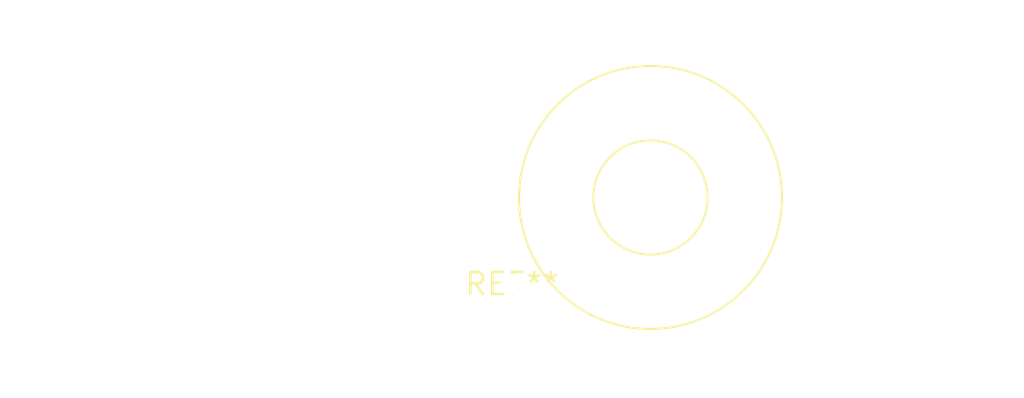
<source format=kicad_pcb>
(kicad_pcb (version 20240108) (generator pcbnew)
  (layers (0 "F.Cu" signal) (31 "B.Cu" signal) (34 "B.Paste" user) (35 "F.Paste" user) (36 "B.SilkS" user "B.Silkscreen") (37 "F.SilkS" user "F.Silkscreen") (38 "B.Mask" user) (39 "F.Mask" user) (44 "Edge.Cuts" user))
  (net 0 "")
  (footprint "Transformer_Toroid_Tapped_Horizontal_D14.0mm_Amidon-T50" (layer "F.Cu") (at 0 0)
    (property "Reference" "REF**")
    (property "Value" "Transformer_Toroid_Tapped_Horizontal_D14.0mm_Amidon-T50")
    (fp_circle (center 8 -5) (end 11.3 -5.1) (layer "F.SilkS") (stroke (width 0.12)) (fill none))
    (fp_circle (center 8 -5) (end 15.6 -5.1) (layer "F.SilkS") (stroke (width 0.12)) (fill none))
    (pad "1" thru_hole circle (at 0 0) (size 3 3) (drill 1.2) (layers *.Cu *.Mask) (remove_unused_layers))
    (pad "2" thru_hole circle (at 8 4.5) (size 3 3) (drill 1.2) (layers *.Cu *.Mask) (remove_unused_layers))
    (pad "3" thru_hole circle (at 16 0) (size 3 3) (drill 1.2) (layers *.Cu *.Mask) (remove_unused_layers))
    (pad "4" thru_hole circle (at 0 -10) (size 3 3) (drill 1.2) (layers *.Cu *.Mask) (remove_unused_layers))
    (pad "5" thru_hole circle (at 8 -14.5) (size 3 3) (drill 1.2) (layers *.Cu *.Mask) (remove_unused_layers))
    (pad "6" thru_hole circle (at 16 -10) (size 3 3) (drill 1.2) (layers *.Cu *.Mask) (remove_unused_layers))
  )
)
</source>
